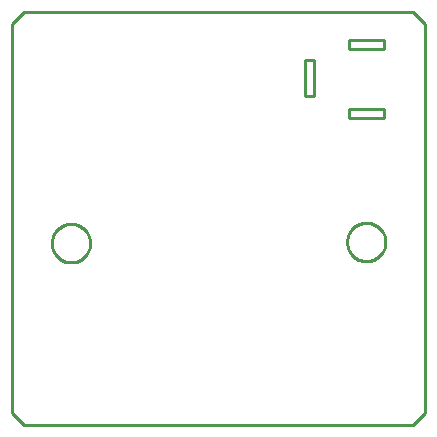
<source format=gko>
G04 EAGLE Gerber RS-274X export*
G75*
%MOMM*%
%FSLAX34Y34*%
%LPD*%
%IN*%
%IPPOS*%
%AMOC8*
5,1,8,0,0,1.08239X$1,22.5*%
G01*
%ADD10C,0.254000*%


D10*
X0Y10000D02*
X10000Y0D01*
X340000Y0D01*
X350000Y10000D01*
X350000Y340000D01*
X340000Y350000D01*
X10000Y350000D01*
X0Y340000D01*
X0Y10000D01*
X248000Y279000D02*
X256000Y279000D01*
X256000Y309000D01*
X248000Y309000D01*
X248000Y279000D01*
X285000Y260000D02*
X315000Y260000D01*
X315000Y268000D01*
X285000Y268000D01*
X285000Y260000D01*
X285000Y318000D02*
X315000Y318000D01*
X315000Y326000D01*
X285000Y326000D01*
X285000Y318000D01*
X316250Y154468D02*
X316180Y153406D01*
X316042Y152352D01*
X315834Y151308D01*
X315559Y150280D01*
X315217Y149273D01*
X314809Y148290D01*
X314339Y147336D01*
X313807Y146414D01*
X313216Y145530D01*
X312568Y144686D01*
X311867Y143886D01*
X311114Y143133D01*
X310314Y142432D01*
X309470Y141784D01*
X308586Y141193D01*
X307664Y140661D01*
X306710Y140191D01*
X305727Y139783D01*
X304720Y139441D01*
X303692Y139166D01*
X302648Y138958D01*
X301594Y138820D01*
X300532Y138750D01*
X299468Y138750D01*
X298406Y138820D01*
X297352Y138958D01*
X296308Y139166D01*
X295280Y139441D01*
X294273Y139783D01*
X293290Y140191D01*
X292336Y140661D01*
X291414Y141193D01*
X290530Y141784D01*
X289686Y142432D01*
X288886Y143133D01*
X288133Y143886D01*
X287432Y144686D01*
X286784Y145530D01*
X286193Y146414D01*
X285661Y147336D01*
X285191Y148290D01*
X284783Y149273D01*
X284441Y150280D01*
X284166Y151308D01*
X283958Y152352D01*
X283820Y153406D01*
X283750Y154468D01*
X283750Y155532D01*
X283820Y156594D01*
X283958Y157648D01*
X284166Y158692D01*
X284441Y159720D01*
X284783Y160727D01*
X285191Y161710D01*
X285661Y162664D01*
X286193Y163586D01*
X286784Y164470D01*
X287432Y165314D01*
X288133Y166114D01*
X288886Y166867D01*
X289686Y167568D01*
X290530Y168216D01*
X291414Y168807D01*
X292336Y169339D01*
X293290Y169809D01*
X294273Y170217D01*
X295280Y170559D01*
X296308Y170834D01*
X297352Y171042D01*
X298406Y171180D01*
X299468Y171250D01*
X300532Y171250D01*
X301594Y171180D01*
X302648Y171042D01*
X303692Y170834D01*
X304720Y170559D01*
X305727Y170217D01*
X306710Y169809D01*
X307664Y169339D01*
X308586Y168807D01*
X309470Y168216D01*
X310314Y167568D01*
X311114Y166867D01*
X311867Y166114D01*
X312568Y165314D01*
X313216Y164470D01*
X313807Y163586D01*
X314339Y162664D01*
X314809Y161710D01*
X315217Y160727D01*
X315559Y159720D01*
X315834Y158692D01*
X316042Y157648D01*
X316180Y156594D01*
X316250Y155532D01*
X316250Y154468D01*
X66250Y153468D02*
X66180Y152406D01*
X66042Y151352D01*
X65834Y150308D01*
X65559Y149280D01*
X65217Y148273D01*
X64809Y147290D01*
X64339Y146336D01*
X63807Y145414D01*
X63216Y144530D01*
X62568Y143686D01*
X61867Y142886D01*
X61114Y142133D01*
X60314Y141432D01*
X59470Y140784D01*
X58586Y140193D01*
X57664Y139661D01*
X56710Y139191D01*
X55727Y138783D01*
X54720Y138441D01*
X53692Y138166D01*
X52648Y137958D01*
X51594Y137820D01*
X50532Y137750D01*
X49468Y137750D01*
X48406Y137820D01*
X47352Y137958D01*
X46308Y138166D01*
X45280Y138441D01*
X44273Y138783D01*
X43290Y139191D01*
X42336Y139661D01*
X41414Y140193D01*
X40530Y140784D01*
X39686Y141432D01*
X38886Y142133D01*
X38133Y142886D01*
X37432Y143686D01*
X36784Y144530D01*
X36193Y145414D01*
X35661Y146336D01*
X35191Y147290D01*
X34783Y148273D01*
X34441Y149280D01*
X34166Y150308D01*
X33958Y151352D01*
X33820Y152406D01*
X33750Y153468D01*
X33750Y154532D01*
X33820Y155594D01*
X33958Y156648D01*
X34166Y157692D01*
X34441Y158720D01*
X34783Y159727D01*
X35191Y160710D01*
X35661Y161664D01*
X36193Y162586D01*
X36784Y163470D01*
X37432Y164314D01*
X38133Y165114D01*
X38886Y165867D01*
X39686Y166568D01*
X40530Y167216D01*
X41414Y167807D01*
X42336Y168339D01*
X43290Y168809D01*
X44273Y169217D01*
X45280Y169559D01*
X46308Y169834D01*
X47352Y170042D01*
X48406Y170180D01*
X49468Y170250D01*
X50532Y170250D01*
X51594Y170180D01*
X52648Y170042D01*
X53692Y169834D01*
X54720Y169559D01*
X55727Y169217D01*
X56710Y168809D01*
X57664Y168339D01*
X58586Y167807D01*
X59470Y167216D01*
X60314Y166568D01*
X61114Y165867D01*
X61867Y165114D01*
X62568Y164314D01*
X63216Y163470D01*
X63807Y162586D01*
X64339Y161664D01*
X64809Y160710D01*
X65217Y159727D01*
X65559Y158720D01*
X65834Y157692D01*
X66042Y156648D01*
X66180Y155594D01*
X66250Y154532D01*
X66250Y153468D01*
M02*

</source>
